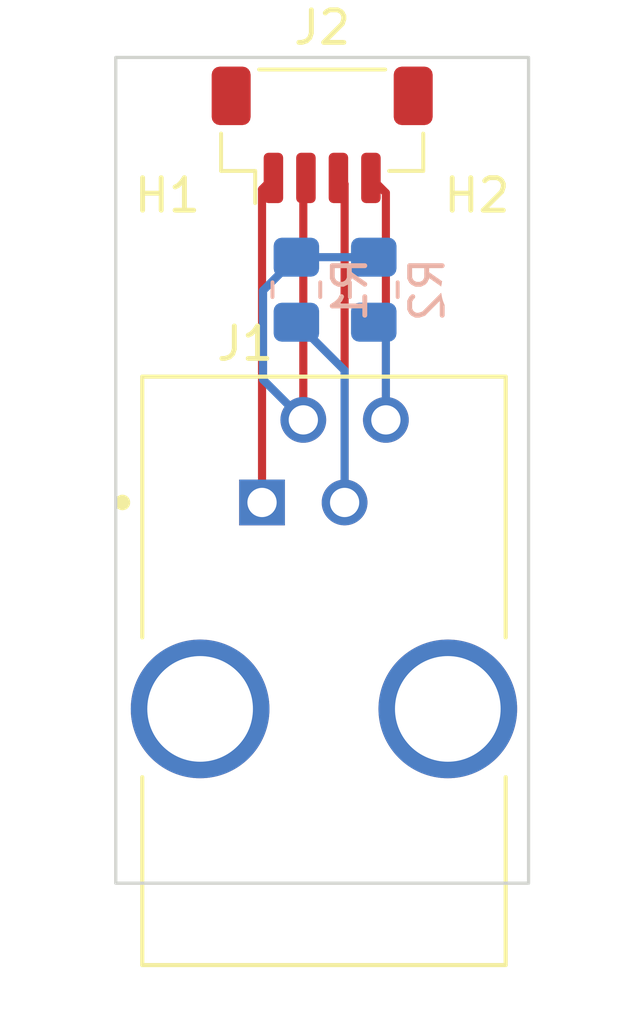
<source format=kicad_pcb>
(kicad_pcb (version 20221018) (generator pcbnew)
  (layers (0 "F.Cu" signal) (31 "B.Cu" signal) (34 "B.Paste" user) (35 "F.Paste" user) (36 "B.SilkS" user "B.Silkscreen") (37 "F.SilkS" user "F.Silkscreen") (38 "B.Mask" user) (39 "F.Mask" user) (44 "Edge.Cuts" user))
  (net 0 "")
  (net 1 "Net-(J2-Pin_4)")
  (net 2 "Net-(J2-Pin_3)")
  (net 4 "GND")
  (net 5 "+5V")
  (footprint "MountingHole:MountingHole_2.2mm_M2_ISO14580" (layer "F.Cu") (at 158.75 75.40625)
    (fp_text reference "H2" (at 0 -2.9) (layer "F.SilkS"))
    (fp_text value "MountingHole")
    (pad "" np_thru_hole circle (at 0 0) (size 2.2 2.2) (drill 2.2) (layers "*.Cu" "*.Mask"))
  )
  (footprint "MountingHole:MountingHole_2.2mm_M2_ISO14580" (layer "F.Cu") (at 149.225 75.40625)
    (fp_text reference "H1" (at 0 -2.9) (layer "F.SilkS"))
    (fp_text value "MountingHole")
    (pad "" np_thru_hole circle (at 0 0) (size 2.2 2.2) (drill 2.2) (layers "*.Cu" "*.Mask"))
  )
  (footprint "Connector_JST:JST_SH_BM04B-SRSS-TB_1x04-1MP_P1.00mm_Vertical" (layer "F.Cu") (at 153.9875 70.64375)
    (fp_text reference "J2" (at 0 -3.3) (layer "F.SilkS"))
    (fp_text value "Conn_01x04_MountingPin")
    (fp_line (start -3.11 -0.04) (end -3.11 1.11) (stroke (width 0.12)) (layer "F.SilkS"))
    (fp_line (start -3.11 1.11) (end -2.06 1.11) (stroke (width 0.12)) (layer "F.SilkS"))
    (fp_line (start -2.06 1.11) (end -2.06 2.1) (stroke (width 0.12)) (layer "F.SilkS"))
    (fp_line (start -1.94 -2.01) (end 1.94 -2.01) (stroke (width 0.12)) (layer "F.SilkS"))
    (fp_line (start 3.11 -0.04) (end 3.11 1.11) (stroke (width 0.12)) (layer "F.SilkS"))
    (fp_line (start 3.11 1.11) (end 2.06 1.11) (stroke (width 0.12)) (layer "F.SilkS"))
    (pad "1" smd roundrect (at -1.5 1.325) (size 0.6 1.55) (layers "F.Cu" "F.Paste" "F.Mask") (net 4 "GND"))
    (pad "2" smd roundrect (at -0.5 1.325) (size 0.6 1.55) (layers "F.Cu" "F.Paste" "F.Mask") (net 5 "+5V"))
    (pad "3" smd roundrect (at 0.5 1.325) (size 0.6 1.55) (layers "F.Cu" "F.Paste" "F.Mask") (net 2 "Net-(J2-Pin_3)"))
    (pad "4" smd roundrect (at 1.5 1.325) (size 0.6 1.55) (layers "F.Cu" "F.Paste" "F.Mask") (net 1 "Net-(J2-Pin_4)"))
    (pad "MP" smd roundrect (at -2.8 -1.2) (size 1.2 1.8) (layers "F.Cu" "F.Paste" "F.Mask") (roundrect_rratio 0.208333))
    (pad "MP" smd roundrect (at 2.8 -1.2) (size 1.2 1.8) (layers "F.Cu" "F.Paste" "F.Mask") (roundrect_rratio 0.208333))
  )
  (footprint "JohnDeereLibrary:MOLEX_0955012401" (layer "F.Cu") (at 154.0425 88.30125)
    (fp_text reference "J1" (at -2.425 -11.235) (layer "F.SilkS"))
    (fp_text value "4P4C")
    (fp_line (start -5.59 -10.22) (end -5.59 -2.2) (stroke (width 0.127)) (layer "F.SilkS"))
    (fp_line (start -5.59 -10.22) (end 5.59 -10.22) (stroke (width 0.127)) (layer "F.SilkS"))
    (fp_line (start -5.59 7.88) (end -5.59 2.1) (stroke (width 0.127)) (layer "F.SilkS"))
    (fp_line (start 5.59 -10.22) (end 5.59 -2.2) (stroke (width 0.127)) (layer "F.SilkS"))
    (fp_line (start 5.59 7.88) (end -5.59 7.88) (stroke (width 0.127)) (layer "F.SilkS"))
    (fp_line (start 5.59 7.88) (end 5.59 2.1) (stroke (width 0.127)) (layer "F.SilkS"))
    (fp_circle (center -6.2 -6.35) (end -6.08 -6.35) (stroke (width 0.24)) (fill none) (layer "F.SilkS"))
    (pad "1" thru_hole rect (at -1.905 -6.35) (size 1.408 1.408) (drill 0.9) (layers "*.Cu" "*.Mask") (net 4 "GND"))
    (pad "2" thru_hole circle (at -0.635 -8.89) (size 1.408 1.408) (drill 0.9) (layers "*.Cu" "*.Mask") (net 5 "+5V"))
    (pad "3" thru_hole circle (at 0.635 -6.35) (size 1.408 1.408) (drill 0.9) (layers "*.Cu" "*.Mask") (net 2 "Net-(J2-Pin_3)"))
    (pad "4" thru_hole circle (at 1.905 -8.89) (size 1.408 1.408) (drill 0.9) (layers "*.Cu" "*.Mask") (net 1 "Net-(J2-Pin_4)"))
    (pad "S1" thru_hole circle (at -3.81 0) (size 4.266 4.266) (drill 3.25) (layers "*.Cu" "*.Mask"))
    (pad "S2" thru_hole circle (at 3.81 0) (size 4.266 4.266) (drill 3.25) (layers "*.Cu" "*.Mask"))
  )
  (footprint "Resistor_SMD:R_0805_2012Metric_Pad1.20x1.40mm_HandSolder" (layer "B.Cu") (at 155.575 75.40625 90)
    (fp_text reference "R2" (at 0 1.65 90) (layer "B.SilkS") (effects (justify mirror)))
    (fp_text value "R")
    (fp_line (start -0.227064 -0.735) (end 0.227064 -0.735) (stroke (width 0.12)) (layer "B.SilkS"))
    (fp_line (start -0.227064 0.735) (end 0.227064 0.735) (stroke (width 0.12)) (layer "B.SilkS"))
    (pad "1" smd roundrect (at -1 0 90) (size 1.2 1.4) (layers "B.Cu" "B.Paste" "B.Mask") (roundrect_rratio 0.208333) (net 1 "Net-(J2-Pin_4)"))
    (pad "2" smd roundrect (at 1 0 90) (size 1.2 1.4) (layers "B.Cu" "B.Paste" "B.Mask") (roundrect_rratio 0.208333) (net 5 "+5V"))
  )
  (footprint "Resistor_SMD:R_0805_2012Metric_Pad1.20x1.40mm_HandSolder" (layer "B.Cu") (at 153.19375 75.40625 90)
    (fp_text reference "R1" (at 0 1.65 90) (layer "B.SilkS") (effects (justify mirror)))
    (fp_text value "R")
    (fp_line (start -0.227064 -0.735) (end 0.227064 -0.735) (stroke (width 0.12)) (layer "B.SilkS"))
    (fp_line (start -0.227064 0.735) (end 0.227064 0.735) (stroke (width 0.12)) (layer "B.SilkS"))
    (pad "1" smd roundrect (at -1 0 90) (size 1.2 1.4) (layers "B.Cu" "B.Paste" "B.Mask") (roundrect_rratio 0.208333) (net 2 "Net-(J2-Pin_3)"))
    (pad "2" smd roundrect (at 1 0 90) (size 1.2 1.4) (layers "B.Cu" "B.Paste" "B.Mask") (roundrect_rratio 0.208333) (net 5 "+5V"))
  )
  (gr_rect (start 147.6375 68.2625) (end 160.3375 93.6625) (stroke (width 0.1)) (fill none) (layer "Edge.Cuts"))
  (segment (start 155.4875 71.96875) (end 155.9475 72.42875) (width 0.25) (layer "F.Cu") (net 1))
  (segment (start 155.9475 72.42875) (end 155.9475 79.41125) (width 0.25) (layer "F.Cu") (net 1))
  (segment (start 155.9475 76.77875) (end 155.9475 79.41125) (width 0.25) (layer "B.Cu") (net 1))
  (segment (start 155.575 76.40625) (end 155.9475 76.77875) (width 0.25) (layer "B.Cu") (net 1))
  (segment (start 154.6775 72.15875) (end 154.6775 81.95125) (width 0.25) (layer "F.Cu") (net 2))
  (segment (start 154.4875 71.96875) (end 154.6775 72.15875) (width 0.25) (layer "F.Cu") (net 2))
  (segment (start 153.19375 76.40625) (end 154.6775 77.89) (width 0.25) (layer "B.Cu") (net 2))
  (segment (start 154.6775 77.89) (end 154.6775 81.95125) (width 0.25) (layer "B.Cu") (net 2))
  (segment (start 154.6775 81.95125) (end 154.492274 81.95125) (width 0.25) (layer "B.Cu") (net 2))
  (segment (start 152.4875 71.96875) (end 152.1375 72.31875) (width 0.25) (layer "F.Cu") (net 4))
  (segment (start 152.1375 72.31875) (end 152.1375 81.95125) (width 0.25) (layer "F.Cu") (net 4))
  (segment (start 153.4875 71.96875) (end 153.4875 72.525) (width 0.25) (layer "F.Cu") (net 5))
  (segment (start 153.4075 72.605) (end 153.4075 79.41125) (width 0.25) (layer "F.Cu") (net 5))
  (segment (start 153.4875 72.525) (end 153.4075 72.605) (width 0.25) (layer "F.Cu") (net 5))
  (segment (start 152.16875 78.1725) (end 152.16875 75.43125) (width 0.25) (layer "B.Cu") (net 5))
  (segment (start 153.4075 79.41125) (end 152.16875 78.1725) (width 0.25) (layer "B.Cu") (net 5))
  (segment (start 153.19375 74.40625) (end 155.575 74.40625) (width 0.25) (layer "B.Cu") (net 5))
  (segment (start 152.16875 75.43125) (end 153.19375 74.40625) (width 0.25) (layer "B.Cu") (net 5))
)
</source>
